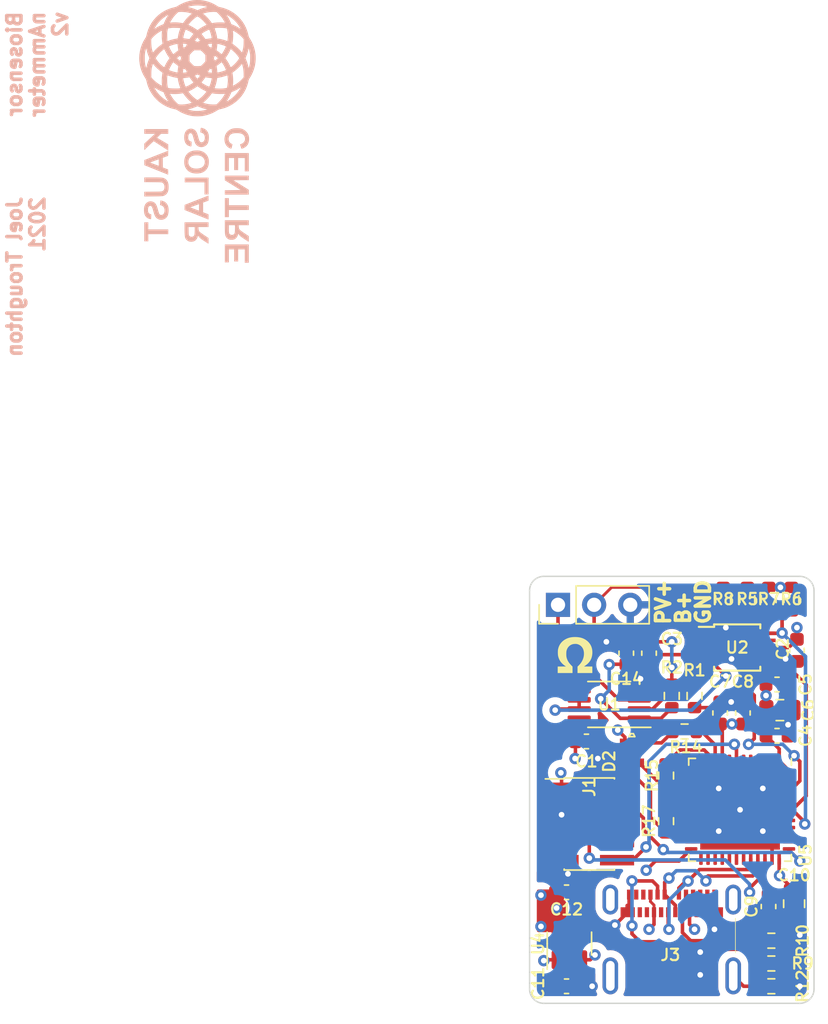
<source format=kicad_pcb>
(kicad_pcb (version 20210108) (generator pcbnew)
  (layers (0 "F.Cu" signal) (1 "In1.Cu" power "Ground") (2 "In2.Cu" power "Power") (31 "B.Cu" signal) (34 "B.Paste" user) (35 "F.Paste" user) (36 "B.SilkS" user "B.Silkscreen") (37 "F.SilkS" user "F.Silkscreen") (38 "B.Mask" user) (39 "F.Mask" user) (44 "Edge.Cuts" user))
  (net 0 "")
  (net 1 "GND")
  (net 2 "+3V3")
  (net 3 "VBUS")
  (net 4 "/NRST")
  (net 5 "Net-(D2-Pad4)")
  (net 6 "Net-(D2-Pad3)")
  (net 7 "Net-(D2-Pad1)")
  (net 8 "Net-(C14-Pad1)")
  (net 9 "no_connect_26")
  (net 10 "no_connect_27")
  (net 11 "/SWCLK")
  (net 12 "/SWDIO")
  (net 13 "/SENSOR_VMEAS")
  (net 14 "Net-(J3-PadS1)")
  (net 15 "no_connect_28")
  (net 16 "/USB_D-")
  (net 17 "/USB_D+")
  (net 18 "Net-(J3-PadB5)")
  (net 19 "Net-(J2-Pad1)")
  (net 20 "Net-(J3-PadA5)")
  (net 21 "no_connect_29")
  (net 22 "Net-(C3-Pad1)")
  (net 23 "no_connect_30")
  (net 24 "no_connect_32")
  (net 25 "/ADC_ALERT")
  (net 26 "/SCL")
  (net 27 "/SDA")
  (net 28 "/TIM2_CH1")
  (net 29 "/TIM2_CH2")
  (net 30 "/TIM2_CH3")
  (net 31 "no_connect_33")
  (net 32 "no_connect_41")
  (net 33 "no_connect_50")
  (net 34 "no_connect_55")
  (net 35 "no_connect_59")
  (net 36 "no_connect_60")
  (net 37 "no_connect_34")
  (net 38 "no_connect_35")
  (net 39 "no_connect_36")
  (net 40 "no_connect_37")
  (net 41 "no_connect_38")
  (net 42 "no_connect_39")
  (net 43 "no_connect_40")
  (net 44 "no_connect_42")
  (net 45 "no_connect_43")
  (net 46 "no_connect_44")
  (net 47 "no_connect_45")
  (net 48 "no_connect_46")
  (net 49 "no_connect_47")
  (net 50 "no_connect_48")
  (net 51 "no_connect_49")
  (net 52 "no_connect_51")
  (net 53 "no_connect_52")
  (net 54 "no_connect_53")
  (net 55 "no_connect_54")
  (net 56 "no_connect_56")
  (net 57 "no_connect_57")
  (net 58 "no_connect_58")
  (net 59 "Net-(J2-Pad2)")
  (footprint "Capacitor_SMD:C_0603_1608Metric" (layer "F.Cu") (at 140.2 107)
    (fp_text reference "C12")
    (fp_text value "1uF")
  )
  (footprint "Capacitor_SMD:C_0603_1608Metric" (layer "F.Cu") (at 146 90.2 -90)
    (fp_text reference "C3")
    (fp_text value "10nF")
  )
  (footprint "Connector_PinHeader_2.54mm:PinHeader_1x03_P2.54mm_Vertical" (layer "F.Cu") (at 139.6 86.8 90)
    (fp_text reference "J2" hide)
    (fp_text value "Conn_01x03")
  )
  (footprint "Capacitor_SMD:C_0603_1608Metric" (layer "F.Cu") (at 140.2 113.6)
    (fp_text reference "C11")
    (fp_text value "1uF")
  )
  (footprint "Capacitor_SMD:C_0603_1608Metric" (layer "F.Cu") (at 144.4 90.2 90)
    (fp_text reference "C14")
    (fp_text value "10nF")
  )
  (footprint "Capacitor_SMD:C_0603_1608Metric" (layer "F.Cu") (at 155 96)
    (fp_text reference "C4")
    (fp_text value "0.1uF")
  )
  (footprint "Capacitor_SMD:C_0603_1608Metric" (layer "F.Cu") (at 152.6 94.4 90)
    (fp_text reference "C8")
    (fp_text value "1uF")
  )
  (footprint "Resistor_SMD:R_0603_1608Metric" (layer "F.Cu") (at 147.2 98.8 -90)
    (fp_text reference "R15")
    (fp_text value "1k")
  )
  (footprint "Capacitor_SMD:C_0603_1608Metric" (layer "F.Cu") (at 156.4 90 -90)
    (fp_text reference "C2")
    (fp_text value "0.1uF")
  )
  (footprint "Resistor_SMD:R_0603_1608Metric" (layer "F.Cu") (at 152.910415 86.4 90)
    (fp_text reference "R5")
    (fp_text value "10k")
  )
  (footprint "Resistor_SMD:R_0603_1608Metric" (layer "F.Cu") (at 154.6 110.4)
    (fp_text reference "R10")
    (fp_text value "5.1k")
  )
  (footprint "Package_TO_SOT_SMD:SOT-23-5" (layer "F.Cu") (at 140.4 110.6 90)
    (fp_text reference "U4")
    (fp_text value "TLV75733PDBV")
  )
  (footprint "Resistor_SMD:R_0603_1608Metric" (layer "F.Cu") (at 154.6 112)
    (fp_text reference "R9")
    (fp_text value "5.1k")
  )
  (footprint "Resistor_SMD:R_0603_1608Metric" (layer "F.Cu") (at 154.6 113.6)
    (fp_text reference "R12")
    (fp_text value "1Meg")
  )
  (footprint "Eloise_nA_meter:Molex_105450-0101" (layer "F.Cu") (at 144.5 108.4)
    (fp_text reference "J3")
    (fp_text value "USB_C_Receptacle_USB2.0")
  )
  (footprint "Resistor_SMD:R_0603_1608Metric" (layer "F.Cu") (at 147.6 93.2 -90)
    (fp_text reference "R2")
    (fp_text value "100k")
  )
  (footprint "Resistor_SMD:R_0603_1608Metric" (layer "F.Cu") (at 154.410415 86.4 90)
    (fp_text reference "R7")
    (fp_text value "10k")
  )
  (footprint "Package_SO:MSOP-8_3x3mm_P0.65mm" (layer "F.Cu") (at 143.2 93.8 180)
    (fp_text reference "U1")
    (fp_text value "LTC2055CMS8")
  )
  (footprint "Resistor_SMD:R_0603_1608Metric" (layer "F.Cu") (at 151.210415 86.4 -90)
    (fp_text reference "R8")
    (fp_text value "100k")
  )
  (footprint "Package_DFN_QFN:QFN-48-1EP_7x7mm_P0.5mm_EP5.6x5.6mm" (layer "F.Cu") (at 152.4 101.2 -90)
    (fp_text reference "U5")
    (fp_text value "STM32F072C8Ux")
  )
  (footprint "Capacitor_SMD:C_0805_2012Metric" (layer "F.Cu") (at 155.2 94.2)
    (fp_text reference "C6")
    (fp_text value "4.7uF")
  )
  (footprint "Resistor_SMD:R_0603_1608Metric" (layer "F.Cu") (at 149.2 93.2 90)
    (fp_text reference "R1")
    (fp_text value "1k")
  )
  (footprint "Resistor_SMD:R_0603_1608Metric" (layer "F.Cu") (at 156.010415 86.4 90)
    (fp_text reference "R6")
    (fp_text value "10k")
  )
  (footprint "LOGO" (layer "F.Cu") (at 140.8 90.8)
    (fp_text reference "G***" hide)
    (fp_text value "LOGO" hide)
  )
  (footprint "Package_SO:TSSOP-10_3x3mm_P0.5mm" (layer "F.Cu") (at 152.2 89.8)
    (fp_text reference "U2")
    (fp_text value "ADS1115IDGS")
  )
  (footprint "Capacitor_SMD:C_0603_1608Metric" (layer "F.Cu") (at 154.4 108 -90)
    (fp_text reference "C9")
    (fp_text value "0.1uF")
  )
  (footprint "Capacitor_SMD:C_0603_1608Metric" (layer "F.Cu") (at 151 94.4 90)
    (fp_text reference "C7")
    (fp_text value "10nF")
  )
  (footprint "Resistor_SMD:R_0603_1608Metric" (layer "F.Cu") (at 148.5 95.7 180)
    (fp_text reference "R14")
    (fp_text value "1k")
  )
  (footprint "Resistor_SMD:R_0603_1608Metric" (layer "F.Cu") (at 147.2 102 -90)
    (fp_text reference "R17")
    (fp_text value "1k")
  )
  (footprint "Connector_PinHeader_1.27mm:PinHeader_2x05_P1.27mm_Vertical_SMD" (layer "F.Cu") (at 141.8 102.2)
    (fp_text reference "J1")
    (fp_text value "SWD")
  )
  (footprint "Capacitor_SMD:C_0603_1608Metric" (layer "F.Cu") (at 141.6 96.4)
    (fp_text reference "C1")
    (fp_text value "0.1uF")
  )
  (footprint "Capacitor_SMD:C_0603_1608Metric" (layer "F.Cu") (at 155 92.4)
    (fp_text reference "C5")
    (fp_text value "0.1uF")
  )
  (footprint "Eloise_nA_meter:E6C0606RGBC3UDA" (layer "F.Cu") (at 144.8 97.2 90)
    (fp_text reference "D2")
    (fp_text value "LED_BAGR")
  )
  (footprint "Capacitor_SMD:C_0805_2012Metric" (layer "F.Cu") (at 156.2 107.8 -90)
    (fp_text reference "C10")
    (fp_text value "4.7uF")
  )
  (footprint "Eloise_nA_meter:ksclogo" (layer "B.Cu") (at 114.5 54.3 -90)
    (fp_text reference "TP1" hide)
    (fp_text value "KSC Logo" hide)
  )
  (gr_line (start 157.6 113.8) (end 157.6 85.8) (layer "Edge.Cuts") (width 0.1))
  (gr_arc (start 156.6 85.8) (end 157.6 85.8) (angle -90) (layer "Edge.Cuts") (width 0.1))
  (gr_line (start 138.6 114.8) (end 156.6 114.8) (layer "Edge.Cuts") (width 0.1))
  (gr_arc (start 138.6 113.8) (end 137.6 113.8) (angle -90) (layer "Edge.Cuts") (width 0.1))
  (gr_line (start 156.6 84.8) (end 138.6 84.8) (layer "Edge.Cuts") (width 0.1))
  (gr_arc (start 156.6 113.8) (end 156.6 114.8) (angle -90) (layer "Edge.Cuts") (width 0.1))
  (gr_arc (start 138.6 85.8) (end 138.6 84.8) (angle -90) (layer "Edge.Cuts") (width 0.1))
  (gr_line (start 137.6 85.8) (end 137.6 113.8) (layer "Edge.Cuts") (width 0.1))
  (gr_text "Joel Troughton\n2021" (at 102.2 58 90) (layer "B.SilkS") (effects (font (size 1 1) (thickness 0.25)) (justify left mirror)))
  (gr_text "Biosensor\nnAmmeter\nv2" (at 103 45 90) (layer "B.SilkS") (effects (font (size 1 1) (thickness 0.25)) (justify left mirror)))
  (gr_text "B+" (at 148.4 87 90) (layer "F.SilkS") (effects (font (size 1 1) (thickness 0.25))))
  (gr_text "PV+" (at 147 86.6 90) (layer "F.SilkS") (effects (font (size 1 1) (thickness 0.25))))
  (gr_text "GND" (at 149.8 86.6 90) (layer "F.SilkS") (effects (font (size 1 1) (thickness 0.25))))
  (segment (start 154.4 108.775) (end 156.175 108.775) (width 0.25) (layer "F.Cu") (net 1))
  (segment (start 139.85 101.55) (end 139.85 100.93) (width 0.25) (layer "F.Cu") (net 1))
  (segment (start 144.5 108.4) (end 143.6 109.3) (width 0.25) (layer "F.Cu") (net 1))
  (segment (start 144.6 107.16) (end 144.6 108.3) (width 0.25) (layer "F.Cu") (net 1))
  (segment (start 151.65 97.7625) (end 151.65 100.45) (width 0.25) (layer "F.Cu") (net 1))
  (segment (start 145.3125 92.0875) (end 145.4 92) (width 0.25) (layer "F.Cu") (net 1))
  (segment (start 139.85 105.25) (end 140.3 105.7) (width 0.25) (layer "F.Cu") (net 1))
  (segment (start 150.6 108.3) (end 150.7 108.4) (width 0.25) (layer "F.Cu") (net 1))
  (segment (start 149.2 94.025) (end 150.6 94.025) (width 0.25) (layer "F.Cu") (net 1))
  (segment (start 154.65 104.6375) (end 154.65 103.45) (width 0.25) (layer "F.Cu") (net 1))
  (segment (start 154.65 103.45) (end 152.4 101.2) (width 0.25) (layer "F.Cu") (net 1))
  (segment (start 140.4 111.7375) (end 140.4 113.025) (width 0.25) (layer "F.Cu") (net 1))
  (segment (start 155.425 110.4) (end 155.425 109.525) (width 0.25) (layer "F.Cu") (net 1))
  (segment (start 155.775 90.775) (end 155.6 90.6) (width 0.25) (layer "F.Cu") (net 1))
  (segment (start 153.15 100.45) (end 152.4 101.2) (width 0.25) (layer "F.Cu") (net 1))
  (segment (start 156.2 109.6) (end 156.6 110) (width 0.25) (layer "F.Cu") (net 1))
  (segment (start 154.65 98.95) (end 152.4 101.2) (width 0.25) (layer "F.Cu") (net 1))
  (segment (start 150.7 108.4) (end 150.7 109.5) (width 0.25) (layer "F.Cu") (net 1))
  (segment (start 150.05 89.8) (end 151 89.8) (width 0.25) (layer "F.Cu") (net 1))
  (segment (start 151.210415 88.210415) (end 151.4 88.4) (width 0.25) (layer "F.Cu") (net 1))
  (segment (start 140.4 113.025) (end 140.975 113.6) (width 0.25) (layer "F.Cu") (net 1))
  (segment (start 144.5 108.4) (end 144.5 108.5) (width 0.25) (layer "F.Cu") (net 1))
  (segment (start 155.425 109.525) (end 156.2 108.75) (width 0.25) (layer "F.Cu") (net 1))
  (segment (start 140.975 107) (end 140.975 106.375) (width 0.25) (layer "F.Cu") (net 1))
  (segment (start 142.375 96.4) (end 142.375 97.575) (width 0.25) (layer "F.Cu") (net 1))
  (segment (start 156.4 90.775) (end 155.775 90.775) (width 0.25) (layer "F.Cu") (net 1))
  (segment (start 144.6 108.3) (end 144.5 108.4) (width 0.25) (layer "F.Cu") (net 1))
  (segment (start 145.3125 92.825) (end 145.3125 92.0875) (width 0.25) (layer "F.Cu") (net 1))
  (segment (start 151.775 93.625) (end 152.6 93.625) (width 0.25) (layer "F.Cu") (net 1))
  (segment (start 151.210415 87.225) (end 151.210415 88.210415) (width 0.25) (layer "F.Cu") (net 1))
  (segment (start 140.975 106.375) (end 140.3 105.7) (width 0.25) (layer "F.Cu") (net 1))
  (segment (start 148.9625 103.45) (end 150.15 103.45) (width 0.25) (layer "F.Cu") (net 1))
  (segment (start 143.025 89.425) (end 143 89.4) (width 0.25) (layer "F.Cu") (net 1))
  (segment (start 150.6 94.025) (end 151 93.625) (width 0.25) (layer "F.Cu") (net 1))
  (segment (start 155.8375 98.95) (end 154.65 98.95) (width 0.25) (layer "F.Cu") (net 1))
  (segment (start 155.425 113.6) (end 156.6 113.6) (width 0.25) (layer "F.Cu") (net 1))
  (segment (start 140.975 113.6) (end 142 113.6) (width 0.25) (layer "F.Cu") (net 1))
  (segment (start 150.7 109.5) (end 150.6 109.6) (width 0.25) (layer "F.Cu") (net 1))
  (segment (start 151.65 100.45) (end 152.4 101.2) (width 0.25) (layer "F.Cu") (net 1))
  (segment (start 139.85 104.74) (end 139.85 105.25) (width 0.25) (layer "F.Cu") (net 1))
  (segment (start 156.175 108.775) (end 156.2 108.75) (width 0.25) (layer "F.Cu") (net 1))
  (segment (start 150.05 88.8) (end 151 88.8) (width 0.2) (layer "F.Cu") (net 1))
  (segment (start 151 89.8) (end 151.8 90.6) (width 0.25) (layer "F.Cu") (net 1))
  (segment (start 150.6 107.16) (end 150.6 108.3) (width 0.25) (layer "F.Cu") (net 1))
  (segment (start 155.775 95.225) (end 155.775 94.575) (width 0.25) (layer "F.Cu") (net 1))
  (segment (start 151 88.8) (end 151.4 88.4) (width 0.2) (layer "F.Cu") (net 1))
  (segment (start 151 93.625) (end 151.775 93.625) (width 0.25) (layer "F.Cu") (net 1))
  (segment (start 155.775 93.825) (end 156.15 94.2) (width 0.25) (layer "F.Cu") (net 1))
  (segment (start 156.2 108.75) (end 156.2 109.6) (width 0.25) (layer "F.Cu") (net 1))
  (segment (start 155.425 113.6) (end 155.425 110.4) (width 0.25) (layer "F.Cu") (net 1))
  (segment (start 142.375 97.575) (end 142.4 97.6) (width 0.25) (layer "F.Cu") (net 1))
  (segment (start 155.8375 100.45) (end 153.15 100.45) (width 0.25) (layer "F.Cu") (net 1))
  (segment (start 155.775 92.4) (end 155.775 93.825) (width 0.25) (layer "F.Cu") (net 1))
  (segment (start 150.15 103.45) (end 152.4 101.2) (width 0.25) (layer "F.Cu") (net 1))
  (segment (start 144.4 89.425) (end 143.025 89.425) (width 0.25) (layer "F.Cu") (net 1))
  (segment (start 155.775 94.575) (end 156.15 94.2) (width 0.25) (layer "F.Cu") (net 1))
  (via (at 149.6 111.2) (size 0.8) (drill 0.4) (layers "F.Cu" "B.Cu") (net 1))
  (via (at 143 89.4) (size 0.8) (drill 0.4) (layers "F.Cu" "B.Cu") (net 1))
  (via (at 155.6 90.6) (size 0.8) (drill 0.4) (layers "F.Cu" "B.Cu") (net 1))
  (via (at 151.8 90.6) (size 0.8) (drill 0.4) (layers "F.Cu" "B.Cu") (net 1))
  (via (at 156.6 113.6) (size 0.8) (drill 0.4) (layers "F.Cu" "B.Cu") (net 1))
  (via (at 155.775 95.225) (size 0.8) (drill 0.4) (layers "F.Cu" "B.Cu") (net 1))
  (via (at 145.4 92) (size 0.8) (drill 0.4) (layers "F.Cu" "B.Cu") (net 1))
  (via (at 154 99.7) (size 0.8) (drill 0.4) (layers "F.Cu" "B.Cu") (net 1))
  (via (at 154 102.7) (size 0.8) (drill 0.4) (layers "F.Cu" "B.Cu") (net 1))
  (via (at 150.9 102.7) (size 0.8) (drill 0.4) (layers "F.Cu" "B.Cu") (net 1))
  (via (at 142 113.6) (size 0.8) (drill 0.4) (layers "F.Cu" "B.Cu") (net 1))
  (via (at 142.4 97.6) (size 0.8) (drill 0.4) (layers "F.Cu" "B.Cu") (net 1))
  (via (at 150.9 99.7) (size 0.8) (drill 0.4) (layers "F.Cu" "B.Cu") (net 1))
  (via (at 150.6 109.6) (size 0.8) (drill 0.4) (layers "F.Cu" "B.Cu") (net 1))
  (via (at 139.85 101.55) (size 0.8) (drill 0.4) (layers "F.Cu" "B.Cu") (net 1))
  (via (at 151.775 93.625) (size 0.8) (drill 0.4) (layers "F.Cu" "B.Cu") (net 1))
  (via (at 143.6 109.3) (size 0.8) (drill 0.4) (layers "F.Cu" "B.Cu") (net 1))
  (via (at 140.3 105.7) (size 0.8) (drill 0.4) (layers "F.Cu" "B.Cu") (net 1))
  (via (at 149.6 112.8) (size 0.8) (drill 0.4) (layers "F.Cu" "B.Cu") (net 1))
  (via (at 152.4 101.2) (size 0.8) (drill 0.4) (layers "F.Cu" "B.Cu") (net 1))
  (via (at 151.4 88.4) (size 0.8) (drill 0.4) (layers "F.Cu" "B.Cu") (net 1))
  (via (at 156.6 110) (size 0.8) (drill 0.4) (layers "F.Cu" "B.Cu") (net 1))
  (segment (start 155.15 104.6375) (end 155.15 105.8) (width 0.25) (layer "F.Cu") (net 2))
  (segment (start 155.825 89.8) (end 156.4 89.225) (width 0.25) (layer "F.Cu") (net 2))
  (segment (start 151.15 97.7625) (end 151.15 95.325) (width 0.25) (layer "F.Cu") (net 2))
  (segment (start 140.825 96.4) (end 140.825 97.575) (width 0.25) (layer "F.Cu") (net 2))
  (segment (start 140.825 96.4) (end 140.825 95.0375) (width 0.25) (layer "F.Cu") (net 2))
  (segment (start 155.15 97.7625) (end 155.15 97.15) (width 0.25) (layer "F.Cu") (net 2))
  (segment (start 144.3 96.1) (end 143.8 95.6) (width 0.25) (layer "F.Cu") (net 2))
  (segment (start 156.010415 85.575) (end 152.910415 85.575) (width 0.25) (layer "F.Cu") (net 2))
  (segment (start 154.4 107.225) (end 155.825 107.225) (width 0.25) (layer "F.Cu") (net 2))
  (segment (start 139.85 98.65) (end 139.8 98.6) (width 0.25) (layer "F.Cu") (net 2))
  (segment (start 155.175 105.825) (end 156.2 106.85) (width 0.25) (layer "F.Cu") (net 2))
  (segment (start 154.225 96) (end 155.15 96.925) (width 0.25) (layer "F.Cu") (net 2))
  (segment (start 155.825 107.225) (end 156.2 106.85) (width 0.25) (layer "F.Cu") (net 2))
  (segment (start 140.825 97.575) (end 140.8 97.6) (width 0.25) (layer "F.Cu") (net 2))
  (segment (start 146.450001 104.8) (end 145.8 105.450001) (width 0.25) (layer "F.Cu") (net 2))
  (segment (start 155.235415 85.575) (end 156.010415 85.575) (width 0.25) (layer "F.Cu") (net 2))
  (segment (start 148.1125 104.8) (end 146.450001 104.8) (width 0.25) (layer "F.Cu") (net 2))
  (segment (start 155.8375 98.45) (end 155.15 97.7625) (width 0.25) (layer "F.Cu") (net 2))
  (segment (start 156.4 89.225) (end 156.4 88.4) (width 0.25) (layer "F.Cu") (net 2))
  (segment (start 140.825 95.0375) (end 141.0875 94.775) (width 0.25) (layer "F.Cu") (net 2))
  (segment (start 151.825 95.175) (end 152.6 95.175) (width 0.25) (layer "F.Cu") (net 2))
  (segment (start 154.35 89.8) (end 155.825 89.8) (width 0.25) (layer "F.Cu") (net 2))
  (segment (start 151.15 95.325) (end 151 95.175) (width 0.25) (layer "F.Cu") (net 2))
  (segment (start 139.85 99.66) (end 139.85 98.65) (width 0.25) (layer "F.Cu") (net 2))
  (segment (start 155.15 96.925) (end 155.15 97.15) (width 0.25) (layer "F.Cu") (net 2))
  (segment (start 154.225 93.175) (end 154.225 96) (width 0.25) (layer "F.Cu") (net 2))
  (segment (start 148.9625 103.95) (end 148.1125 104.8) (width 0.25) (layer "F.Cu") (net 2))
  (segment (start 144.3 96.5) (end 144.3 96.1) (width 0.25) (layer "F.Cu") (net 2))
  (via (at 156.4 88.4) (size 0.8) (drill 0.4) (layers "F.Cu" "B.Cu") (net 2))
  (via (at 155.235415 85.575) (size 0.8) (drill 0.4) (layers "F.Cu" "B.Cu") (net 2))
  (via (at 140.8 97.6) (size 0.8) (drill 0.4) (layers "F.Cu" "B.Cu") (net 2))
  (via (at 155.175 105.825) (size 0.8) (drill 0.4) (layers "F.Cu" "B.Cu") (net 2))
  (via (at 139.5 108.1) (size 0.8) (drill 0.4) (layers "F.Cu" "B.Cu") (net 2))
  (via (at 143.8 95.6) (size 0.8) (drill 0.4) (layers "F.Cu" "B.Cu") (net 2))
  (via (at 151.825 95.175) (size 0.8) (drill 0.4) (layers "F.Cu" "B.Cu") (net 2))
  (via (at 154.225 93.175) (size 0.8) (drill 0.4) (layers "F.Cu" "B.Cu") (net 2))
  (via (at 145.8 105.450001) (size 0.8) (drill 0.4) (layers "F.Cu" "B.Cu") (net 2))
  (via (at 139.8 98.6) (size 0.8) (drill 0.4) (layers "F.Cu" "B.Cu") (net 2))
  (via (at 138.4 107.2) (size 0.8) (drill 0.4) (layers "F.Cu" "B.Cu") (net 2))
  (via (at 138.4 109.4) (size 0.8) (drill 0.4) (layers "F.Cu" "B.Cu") (net 2))
  (segment (start 149.1 107.16) (end 149.1 107.65) (width 0.2) (layer "F.Cu") (net 3))
  (segment (start 139.425 111.7625) (end 139.45 111.7375) (width 0.25) (layer "F.Cu") (net 3))
  (segment (start 139.425 113.6) (end 139.425 111.7625) (width 0.25) (layer "F.Cu") (net 3))
  (segment (start 146.35 107.9) (end 146.35 108.4) (width 0.2) (layer "F.Cu") (net 3))
  (segment (start 146.35 109.25) (end 146 109.6) (width 0.25) (layer "F.Cu") (net 3))
  (segment (start 148.85 109.25) (end 149.2 109.6) (width 0.25) (layer "F.Cu") (net 3))
  (segment (start 146.1 107.65) (end 146.35 107.9) (width 0.2) (layer "F.Cu") (net 3))
  (segment (start 148.85 108.4) (end 148.85 109.25) (width 0.25) (layer "F.Cu") (net 3))
  (segment (start 139.45 111.7375) (end 138.6625 111.7375) (width 0.25) (layer "F.Cu") (net 3))
  (segment (start 141.8625 111.7375) (end 142.2 111.4) (width 0.25) (layer "F.Cu") (net 3))
  (segment (start 149.1 107.65) (end 148.85 107.9) (width 0.2) (layer "F.Cu") (net 3))
  (segment (start 146.1 107.16) (end 146.1 107.65) (width 0.2) (layer "F.Cu") (net 3))
  (segment (start 146.35 108.4) (end 146.35 109.25) (width 0.25) (layer "F.Cu") (net 3))
  (segment (start 148.85 107.9) (end 148.85 108.4) (width 0.2) (layer "F.Cu") (net 3))
  (segment (start 138.6625 111.7375) (end 138.6 111.8) (width 0.25) (layer "F.Cu") (net 3))
  (segment (start 141.35 111.7375) (end 141.8625 111.7375) (width 0.25) (layer "F.Cu") (net 3))
  (via (at 142.2 111.4) (size 0.8) (drill 0.4) (layers "F.Cu" "B.Cu") (net 3))
  (via (at 138.6 111.8) (size 0.8) (drill 0.4) (layers "F.Cu" "B.Cu") (net 3))
  (via (at 146 109.6) (size 0.8) (drill 0.4) (layers "F.Cu" "B.Cu") (net 3))
  (via (at 149.2 109.6) (size 0.8) (drill 0.4) (layers "F.Cu" "B.Cu") (net 3))
  (segment (start 144.86 104.74) (end 143.75 104.74) (width 0.25) (layer "F.Cu") (net 4))
  (segment (start 145.787347 103.812653) (end 144.86 104.74) (width 0.25) (layer "F.Cu") (net 4))
  (segment (start 152.15 96.75) (end 152 96.6) (width 0.25) (layer "F.Cu") (net 4))
  (segment (start 152.15 97.05) (end 152.15 96.75) (width 0.25) (layer "F.Cu") (net 4))
  (segment (start 152.15 97.7625) (end 152.15 97.05) (width 0.25) (layer "F.Cu") (net 4))
  (via (at 152 96.6) (size 0.8) (drill 0.4) (layers "F.Cu" "B.Cu") (net 4))
  (via (at 145.787347 103.812653) (size 0.8) (drill 0.4) (layers "F.Cu" "B.Cu") (net 4))
  (segment (start 152 96.6) (end 147.2 96.6) (width 0.25) (layer "B.Cu") (net 4))
  (segment (start 146 103.6) (end 145.787347 103.812653) (width 0.25) (layer "B.Cu") (net 4))
  (segment (start 146 97.8) (end 146 103.6) (width 0.25) (layer "B.Cu") (net 4))
  (segment (start 147.2 96.6) (end 146 97.8) (width 0.25) (layer "B.Cu") (net 4))
  (segment (start 145.3 96.5) (end 146.875 96.5) (width 0.25) (layer "F.Cu") (net 5))
  (segment (start 146.875 96.5) (end 147.675 95.7) (width 0.25) (layer "F.Cu") (net 5))
  (segment (start 145.3 97.9) (end 147.025 99.625) (width 0.25) (layer "F.Cu") (net 6))
  (segment (start 147.025 99.625) (end 147.2 99.625) (width 0.25) (layer "F.Cu") (net 6))
  (segment (start 144.3 98.135002) (end 146.1 99.935002) (width 0.25) (layer "F.Cu") (net 7))
  (segment (start 144.3 97.9) (end 144.3 98.135002) (width 0.25) (layer "F.Cu") (net 7))
  (segment (start 146.1 101.725) (end 147.2 102.825) (width 0.25) (layer "F.Cu") (net 7))
  (segment (start 146.1 99.935002) (end 146.1 101.725) (width 0.25) (layer "F.Cu") (net 7))
  (segment (start 144.4 90.975) (end 146 90.975) (width 0.25) (layer "F.Cu") (net 8))
  (segment (start 146.85 94.775) (end 147.6 94.025) (width 0.25) (layer "F.Cu") (net 8))
  (segment (start 146.675 90.3) (end 146 90.975) (width 0.25) (layer "F.Cu") (net 8))
  (segment (start 143.975 94.775) (end 145.3125 94.775) (width 0.25) (layer "F.Cu") (net 8))
  (segment (start 143.225 90.975) (end 143.2 91) (width 0.25) (layer "F.Cu") (net 8))
  (segment (start 142.6 93.4) (end 143.975 94.775) (width 0.25) (layer "F.Cu") (net 8))
  (segment (start 145.3125 94.775) (end 146.85 94.775) (width 0.25) (layer "F.Cu") (net 8))
  (segment (start 150.05 90.3) (end 146.675 90.3) (width 0.25) (layer "F.Cu") (net 8))
  (segment (start 144.4 90.975) (end 143.225 90.975) (width 0.25) (layer "F.Cu") (net 8))
  (via (at 142.6 93.4) (size 0.8) (drill 0.4) (layers "F.Cu" "B.Cu") (net 8))
  (via (at 143.2 91) (size 0.8) (drill 0.4) (layers "F.Cu" "B.Cu") (net 8))
  (segment (start 143.2 91) (end 143.2 92.8) (width 0.25) (layer "B.Cu") (net 8))
  (segment (start 143.2 92.8) (end 142.6 93.4) (width 0.25) (layer "B.Cu") (net 8))
  (segment (start 155.8375 104.0375) (end 156.6 104.8) (width 0.25) (layer "F.Cu") (net 11))
  (segment (start 155.8375 103.95) (end 155.8375 104.0375) (width 0.25) (layer "F.Cu") (net 11))
  (segment (start 145.6 102.6) (end 145.6 101.775) (width 0.25) (layer "F.Cu") (net 11))
  (segment (start 144.755 100.93) (end 143.75 100.93) (width 0.25) (layer "F.Cu") (net 11))
  (segment (start 145.6 101.775) (end 144.755 100.93) (width 0.25) (layer "F.Cu") (net 11))
  (segment (start 147 104) (end 145.6 102.6) (width 0.25) (layer "F.Cu") (net 11))
  (via (at 156.6 104.8) (size 0.8) (drill 0.4) (layers "F.Cu" "B.Cu") (net 11))
  (via (at 147 104) (size 0.8) (drill 0.4) (layers "F.Cu" "B.Cu") (net 11))
  (segment (start 147.2 104.2) (end 147 104) (width 0.25) (layer "B.Cu") (net 11))
  (segment (start 147.4 104.2) (end 147.2 104.2) (width 0.25) (layer "B.Cu") (net 11))
  (segment (start 156.6 104.8) (end 156 104.2) (width 0.25) (layer "B.Cu") (net 11))
  (segment (start 156 104.2) (end 147.4 104.2) (width 0.25) (layer "B.Cu") (net 11))
  (segment (start 153.069951 106.999353) (end 153.069951 106.716459) (width 0.25) (layer "F.Cu") (net 12))
  (segment (start 142.864998 99.66) (end 143.75 99.66) (width 0.25) (layer "F.Cu") (net 12))
  (segment (start 141.8 100.724998) (end 142.864998 99.66) (width 0.25) (layer "F.Cu") (net 12))
  (segment (start 141.8 101.38) (end 141.8 104.6) (width 0.25) (layer "F.Cu") (net 12))
  (segment (start 153.069951 106.716459) (end 154.15 105.63641) (width 0.25) (layer "F.Cu") (net 12))
  (segment (start 154.15 105.63641) (end 154.15 104.6375) (width 0.25) (layer "F.Cu") (net 12))
  (segment (start 141.8 101.38) (end 141.8 100.724998) (width 0.25) (layer "F.Cu") (net 12))
  (via (at 153.069951 106.999353) (size 0.8) (drill 0.4) (layers "F.Cu" "B.Cu") (net 12))
  (via (at 141.8 104.6) (size 0.8) (drill 0.4) (layers "F.Cu" "B.Cu") (net 12))
  (segment (start 153.069951 106.433668) (end 151.361284 104.725001) (width 0.25) (layer "B.Cu") (net 12))
  (segment (start 141.925001 104.725001) (end 141.8 104.6) (width 0.25) (layer "B.Cu") (net 12))
  (segment (start 153.069951 106.433668) (end 153.069951 106.999353) (width 0.25) (layer "B.Cu") (net 12))
  (segment (start 151.361284 104.725001) (end 141.925001 104.725001) (width 0.25) (layer "B.Cu") (net 12))
  (segment (start 150.4 90.8) (end 151.4 91.8) (width 0.25) (layer "F.Cu") (net 13))
  (segment (start 150.05 90.8) (end 150.4 90.8) (width 0.25) (layer "F.Cu") (net 13))
  (segment (start 141.0875 93.475) (end 141.0875 94.125) (width 0.25) (layer "F.Cu") (net 13))
  (segment (start 139.475 94.125) (end 139.4 94.2) (width 0.25) (layer "F.Cu") (net 13))
  (segment (start 141.0875 94.125) (end 139.475 94.125) (width 0.25) (layer "F.Cu") (net 13))
  (via (at 139.4 94.2) (size 0.8) (drill 0.4) (layers "F.Cu" "B.Cu") (net 13))
  (via (at 151.4 91.8) (size 0.8) (drill 0.4) (layers "F.Cu" "B.Cu") (net 13))
  (segment (start 149 94.2) (end 139.4 94.2) (width 0.25) (layer "B.Cu") (net 13))
  (segment (start 151.4 91.8) (end 149 94.2) (width 0.25) (layer "B.Cu") (net 13))
  (segment (start 153.775 113.6) (end 152.65 113.6) (width 0.25) (layer "F.Cu") (net 14))
  (segment (start 152.65 113.6) (end 151.92 112.87) (width 0.25) (layer "F.Cu") (net 14))
  (segment (start 148.743851 106.209998) (end 148.590002 106.209998) (width 0.25) (layer "F.Cu") (net 16))
  (segment (start 147.35 109.55) (end 147.4 109.6) (width 0.25) (layer "F.Cu") (net 16))
  (segment (start 153.1 105.4) (end 153.15 105.35) (width 0.25) (layer "F.Cu") (net 16))
  (segment (start 147.35 108.4) (end 147.35 109.55) (width 0.25) (layer "F.Cu") (net 16))
  (segment (start 148.1 106.7) (end 148.1 107.16) (width 0.25) (layer "F.Cu") (net 16))
  (segment (start 153.15 105.35) (end 153.15 104.6375) (width 0.25) (layer "F.Cu") (net 16))
  (segment (start 148.590002 106.209998) (end 148.1 106.7) (width 0.25) (layer "F.Cu") (net 16))
  (segment (start 148.743851 106.209998) (end 149.553849 105.4) (width 0.25) (layer "F.Cu") (net 16))
  (segment (start 149.553849 105.4) (end 153.1 105.4) (width 0.25) (layer "F.Cu") (net 16))
  (via (at 148.743851 106.209998) (size 0.8) (drill 0.4) (layers "F.Cu" "B.Cu") (net 16))
  (via (at 147.4 109.6) (size 0.8) (drill 0.4) (layers "F.Cu" "B.Cu") (net 16))
  (segment (start 147.4 109.6) (end 147.4 107.553849) (width 0.25) (layer "B.Cu") (net 16))
  (segment (start 147.4 107.553849) (end 148.743851 106.209998) (width 0.25) (layer "B.Cu") (net 16))
  (segment (start 147.1 107.16) (end 147.85 107.91) (width 0.25) (layer "F.Cu") (net 17))
  (segment (start 150.149991 105.850009) (end 153.286401 105.850009) (width 0.25) (layer "F.Cu") (net 17))
  (segment (start 150 106) (end 150.149991 105.850009) (width 0.25) (layer "F.Cu") (net 17))
  (segment (start 153.65 105.48641) (end 153.65 104.6375) (width 0.25) (layer "F.Cu") (net 17))
  (segment (start 153.286401 105.850009) (end 153.65 105.48641) (width 0.25) (layer "F.Cu") (net 17))
  (segment (start 150 106.2) (end 150 106) (width 0.25) (layer "F.Cu") (net 17))
  (segment (start 147.1 106.3) (end 147.4 106) (width 0.25) (layer "F.Cu") (net 17))
  (segment (start 147.1 107.16) (end 147.1 106.3) (width 0.25) (layer "F.Cu") (net 17))
  (segment (start 147.85 107.91) (end 147.85 108.4) (width 0.25) (layer "F.Cu") (net 17))
  (via (at 147.4 106) (size 0.8) (drill 0.4) (layers "F.Cu" "B.Cu") (net 17))
  (via (at 150 106.2) (size 0.8) (drill 0.4) (layers "F.Cu" "B.Cu") (net 17))
  (segment (start 147.915003 105.484997) (end 149.284997 105.484997) (width 0.25) (layer "B.Cu") (net 17))
  (segment (start 149.284997 105.484997) (end 150 106.2) (width 0.25) (layer "B.Cu") (net 17))
  (segment (start 147.4 106) (end 147.915003 105.484997) (width 0.25) (layer "B.Cu") (net 17))
  (segment (start 148.926998 110.4) (end 153.775 110.4) (width 0.25) (layer "F.Cu") (net 18))
  (segment (start 148.35 108.4) (end 148.35 109.823002) (width 0.25) (layer "F.Cu") (net 18))
  (segment (start 148.35 109.823002) (end 148.926998 110.4) (width 0.25) (layer "F.Cu") (net 18))
  (segment (start 139.6 91.3375) (end 141.0875 92.825) (width 0.25) (layer "F.Cu") (net 19))
  (segment (start 139.6 86.8) (end 139.6 91.3375) (width 0.25) (layer "F.Cu") (net 19))
  (segment (start 146.674999 110.474999) (end 145.359312 110.474999) (width 0.25) (layer "F.Cu") (net 20))
  (segment (start 148.125001 111.925001) (end 150.274999 111.925001) (width 0.25) (layer "F.Cu") (net 20))
  (segment (start 146.24 106.2) (end 144.8 106.2) (width 0.25) (layer "F.Cu") (net 20))
  (segment (start 151.2 111) (end 152.775 111) (width 0.25) (layer "F.Cu") (net 20))
  (segment (start 146.6 106.56) (end 146.24 106.2) (width 0.25) (layer "F.Cu") (net 20))
  (segment (start 150.274999 111.925001) (end 151.2 111) (width 0.25) (layer "F.Cu") (net 20))
  (segment (start 146.6 107.16) (end 146.6 106.56) (width 0.25) (layer "F.Cu") (net 20))
  (segment (start 144.8 109.915687) (end 144.8 109.350002) (width 0.25) (layer "F.Cu") (net 20))
  (segment (start 145.359312 110.474999) (end 144.8 109.915687) (width 0.25) (layer "F.Cu") (net 20))
  (segment (start 152.775 111) (end 153.775 112) (width 0.25) (layer "F.Cu") (net 20))
  (segment (start 146.674999 110.474999) (end 148.125001 111.925001) (width 0.25) (layer "F.Cu") (net 20))
  (via (at 144.8 106.2) (size 0.8) (drill 0.4) (layers "F.Cu" "B.Cu") (net 20))
  (via (at 144.8 109.350002) (size 0.8) (drill 0.4) (layers "F.Cu" "B.Cu") (net 20))
  (segment (start 144.8 106.2) (end 144.8 109.350002) (width 0.25) (layer "B.Cu") (net 20))
  (segment (start 147.6 92.375) (end 147.6 92.774999) (width 0.25) (layer "F.Cu") (net 22))
  (segment (start 149.2 92.375) (end 147.6 92.375) (width 0.25) (layer "F.Cu") (net 22))
  (segment (start 146.249999 94.125) (end 145.3125 94.125) (width 0.25) (layer "F.Cu") (net 22))
  (segment (start 147.6 92.375) (end 147.6 91.2) (width 0.25) (layer "F.Cu") (net 22))
  (segment (start 146.025 89.4) (end 146 89.425) (width 0.25) (layer "F.Cu") (net 22))
  (segment (start 147.6 92.774999) (end 146.249999 94.125) (width 0.25) (layer "F.Cu") (net 22))
  (segment (start 147.6 89.4) (end 146.025 89.4) (width 0.25) (layer "F.Cu") (net 22))
  (via (at 147.6 91.2) (size 0.8) (drill 0.4) (layers "F.Cu" "B.Cu") (net 22))
  (via (at 147.6 89.4) (size 0.8) (drill 0.4) (layers "F.Cu" "B.Cu") (net 22))
  (segment (start 147.6 91.2) (end 147.6 89.4) (width 0.25) (layer "B.Cu") (net 22))
  (segment (start 152.910415 87.962587) (end 151.7625 89.110502) (width 0.25) (layer "F.Cu") (net 25))
  (segment (start 156.2 97.4) (end 156.60001 97.80001) (width 0.25) (layer "F.Cu") (net 25))
  (segment (start 152.74999 90.276988) (end 152.74999 92.518384) (width 0.25) (layer "F.Cu") (net 25))
  (segment (start 156.60001 99.17406) (end 156.32407 99.45) (width 0.25) (layer "F.Cu") (net 25))
  (segment (start 152.910415 87.225) (end 152.910415 87.5625) (width 0.25) (layer "F.Cu") (net 25))
  (segment (start 151.7625 89.110502) (end 151.7625 89.3) (width 0.25) (layer "F.Cu") (net 25))
  (segment (start 153.40001 96.19999) (end 153 96.6) (width 0.25) (layer "F.Cu") (net 25))
  (segment (start 151.773002 89.3) (end 152.74999 90.276988) (width 0.25) (layer "F.Cu") (net 25))
  (segment (start 151.7625 89.3) (end 150.05 89.3) (width 0.25) (layer "F.Cu") (net 25))
  (segment (start 152.910415 87.225) (end 152.910415 87.962587) (width 0.25) (layer "F.Cu") (net 25))
  (segment (start 153.40001 93.168404) (end 153.40001 96.19999) (width 0.25) (layer "F.Cu") (net 25))
  (segment (start 156.32407 99.45) (end 155.8375 99.45) (width 0.25) (layer "F.Cu") (net 25))
  (segment (start 152.74999 92.518384) (end 153.40001 93.168404) (width 0.25) (layer "F.Cu") (net 25))
  (segment (start 156.60001 97.80001) (end 156.60001 99.17406) (width 0.25) (layer "F.Cu") (net 25))
  (segment (start 150.05 89.3) (end 151.773002 89.3) (width 0.25) (layer "F.Cu") (net 25))
  (via (at 156.2 97.4) (size 0.8) (drill 0.4) (layers "F.Cu" "B.Cu") (net 25))
  (via (at 153 96.6) (size 0.8) (drill 0.4) (layers "F.Cu" "B.Cu") (net 25))
  (segment (start 155.4 96.6) (end 156.2 97.4) (width 0.25) (layer "B.Cu") (net 25))
  (segment (start 153 96.6) (end 155.4 96.6) (width 0.25) (layer "B.Cu") (net 25))
  (segment (start 155.353248 88.092582) (end 155.353248 88.78185) (width 0.25) (layer "F.Cu") (net 26))
  (segment (start 155.8375 101.45) (end 156.32407 101.45) (width 0.25) (layer "F.Cu") (net 26))
  (segment (start 156.95 102.07593) (end 156.95 102.2) (width 0.25) (layer "F.Cu") (net 26))
  (segment (start 155.353248 87.882167) (end 155.353248 88.78185) (width 0.25) (layer "F.Cu") (net 26))
  (segment (start 156.010415 87.225) (end 155.353248 87.882167) (width 0.25) (layer "F.Cu") (net 26))
  (segment (start 154.35 88.8) (end 155.335098 88.8) (width 0.25) (layer "F.Cu") (net 26))
  (segment (start 154.35 88.8) (end 154.8 88.8) (width 0.25) (layer "F.Cu") (net 26))
  (segment (start 155.335098 88.8) (end 155.353248 88.78185) (width 0.25) (layer "F.Cu") (net 26))
  (segment (start 156.010415 87.225) (end 155.631245 87.225) (width 0.25) (layer "F.Cu") (net 26))
  (segment (start 156.32407 101.45) (end 156.95 102.07593) (width 0.25) (layer "F.Cu") (net 26))
  (via (at 155.353248 88.78185) (size 0.8) (drill 0.4) (layers "F.Cu" "B.Cu") (net 26))
  (via (at 156.95 102.2) (size 0.8) (drill 0.4) (layers "F.Cu" "B.Cu") (net 26))
  (segment (start 157 102.15) (end 157 90.8) (width 0.25) (layer "B.Cu") (net 26))
  (segment (start 156.95 102.2) (end 157 102.15) (width 0.25) (layer "B.Cu") (net 26))
  (segment (start 155.353248 88.78185) (end 157 90.428602) (width 0.25) (layer "B.Cu") (net 26))
  (segment (start 157 90.428602) (end 157 90.8) (width 0.25) (layer "B.Cu") (net 26))
  (segment (start 154.410415 87.225) (end 153.2 88.435415) (width 0.25) (layer "F.Cu") (net 27))
  (segment (start 153.55 89.3) (end 154.35 89.3) (width 0.25) (layer "F.Cu") (net 27))
  (segment (start 153.3 89.3) (end 153.2 89.4) (width 0.25) (layer "F.Cu") (net 27))
  (segment (start 154.410415 87.225) (end 154.131245 87.225) (width 0.25) (layer "F.Cu") (net 27))
  (segment (start 157.05002 100.22405) (end 157.05002 92.418414) (width 0.25) (layer "F.Cu") (net 27))
  (segment (start 153.2 89.4) (end 153.2 89.65) (width 0.25) (layer "F.Cu") (net 27))
  (segment (start 156.181616 91.55001) (end 153.840008 91.55001) (width 0.25) (layer "F.Cu") (net 27))
  (segment (start 153.2 88.435415) (end 153.2 89) (width 0.25) (layer "F.Cu") (net 27))
  (segment (start 157.05002 92.418414) (end 156.181616 91.55001) (width 0.25) (layer "F.Cu") (net 27))
  (segment (start 153.2 89) (end 153.2 89.4) (width 0.25) (layer "F.Cu") (net 27))
  (segment (start 153.55 89.3) (end 153.3 89.3) (width 0.25) (layer "F.Cu") (net 27))
  (segment (start 153.840008 91.55001) (end 153.2 90.910002) (width 0.25) (layer "F.Cu") (net 27))
  (segment (start 155.8375 100.95) (end 156.32407 100.95) (width 0.25) (layer "F.Cu") (net 27))
  (segment (start 153.2 90.910002) (end 153.2 89.65) (width 0.25) (layer "F.Cu") (net 27))
  (segment (start 156.32407 100.95) (end 157.05002 100.22405) (width 0.25) (layer "F.Cu") (net 27))
  (segment (start 153.2 88.74583) (end 153.2 89) (width 0.25) (layer "F.Cu") (net 27))
  (segment (start 150.65 97.7625) (end 150.65 96.65) (width 0.25) (layer "F.Cu") (net 28))
  (segment (start 149.7 95.7) (end 149.325 95.7) (width 0.25) (layer "F.Cu") (net 28))
  (segment (start 150.65 96.65) (end 149.7 95.7) (width 0.25) (layer "F.Cu") (net 28))
  (segment (start 150.15 97.27593) (end 149.87406 96.99999) (width 0.25) (layer "F.Cu") (net 29))
  (segment (start 148.17501 96.99999) (end 147.2 97.975) (width 0.25) (layer "F.Cu") (net 29))
  (segment (start 150.15 97.7625) (end 150.15 97.27593) (width 0.25) (layer "F.Cu") (net 29))
  (segment (start 149.87406 96.99999) (end 148.17501 96.99999) (width 0.25) (layer "F.Cu") (net 29))
  (segment (start 149.65 97.7625) (end 148.66343 97.7625) (width 0.25) (layer "F.Cu") (net 30))
  (segment (start 148.1 100.275) (end 147.2 101.175) (width 0.25) (layer "F.Cu") (net 30))
  (segment (start 148.66343 97.7625) (end 148.1 98.32593) (width 0.25) (layer "F.Cu") (net 30))
  (segment (start 148.1 98.32593) (end 148.1 100.275) (width 0.25) (layer "F.Cu") (net 30))
  (segment (start 142.14 86.8) (end 142.14 91.74) (width 0.25) (layer "F.Cu") (net 59))
  (segment (start 143.365 85.575) (end 151.210415 85.575) (width 0.2) (layer "F.Cu") (net 59))
  (segment (start 143.875 93.475) (end 145.3125 93.475) (width 0.25) (layer "F.Cu") (net 59))
  (segment (start 143.365 85.575) (end 142.14 86.8) (width 0.2) (layer "F.Cu") (net 59))
  (segment (start 142.14 91.74) (end 143.875 93.475) (width 0.25) (layer "F.Cu") (net 59))
  (zone (net 1) (net_name "GND") (layers "F.Cu" "In1.Cu" "B.Cu") (connect_pads (clearance 0.508)) (min_thickness 0.254) (fill yes (thermal_gap 0.508) (thermal_bridge_width 0.508) (smoothing fillet) (radius 1))
    (polygon (pts (xy 158.6 115.8) (xy 136.6 115.8) (xy 136.6 83.8) (xy 158.6 83.8)))
  )
  (zone (net 2) (net_name "+3V3") (layer "F.Cu") (priority 1) (connect_pads yes (clearance 0.508)) (min_thickness 0.254) (fill yes (thermal_gap 0.508) (thermal_bridge_width 0.508))
    (polygon (pts (xy 140.2 109.8) (xy 138 109.8) (xy 138 106.8) (xy 140.2 106.8)))
  )
)
</source>
